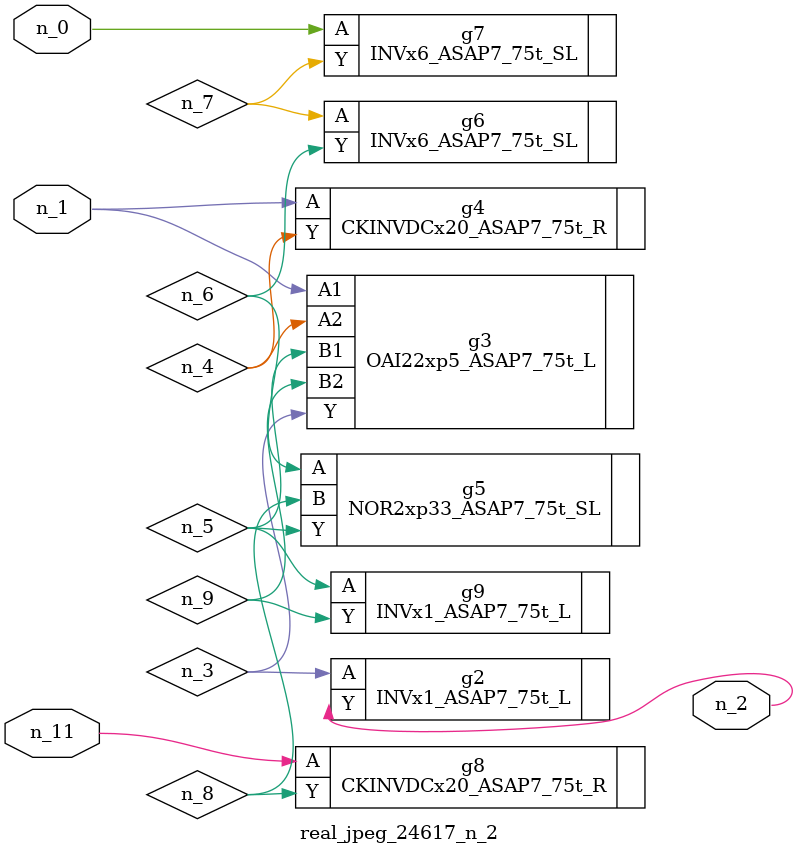
<source format=v>
module real_jpeg_24617_n_2 (n_1, n_11, n_0, n_2);

input n_1;
input n_11;
input n_0;

output n_2;

wire n_5;
wire n_4;
wire n_8;
wire n_6;
wire n_7;
wire n_3;
wire n_9;

INVx6_ASAP7_75t_SL g7 ( 
.A(n_0),
.Y(n_7)
);

OAI22xp5_ASAP7_75t_L g3 ( 
.A1(n_1),
.A2(n_4),
.B1(n_5),
.B2(n_9),
.Y(n_3)
);

CKINVDCx20_ASAP7_75t_R g4 ( 
.A(n_1),
.Y(n_4)
);

INVx1_ASAP7_75t_L g2 ( 
.A(n_3),
.Y(n_2)
);

INVx1_ASAP7_75t_L g9 ( 
.A(n_5),
.Y(n_9)
);

NOR2xp33_ASAP7_75t_SL g5 ( 
.A(n_6),
.B(n_8),
.Y(n_5)
);

INVx6_ASAP7_75t_SL g6 ( 
.A(n_7),
.Y(n_6)
);

CKINVDCx20_ASAP7_75t_R g8 ( 
.A(n_11),
.Y(n_8)
);


endmodule
</source>
